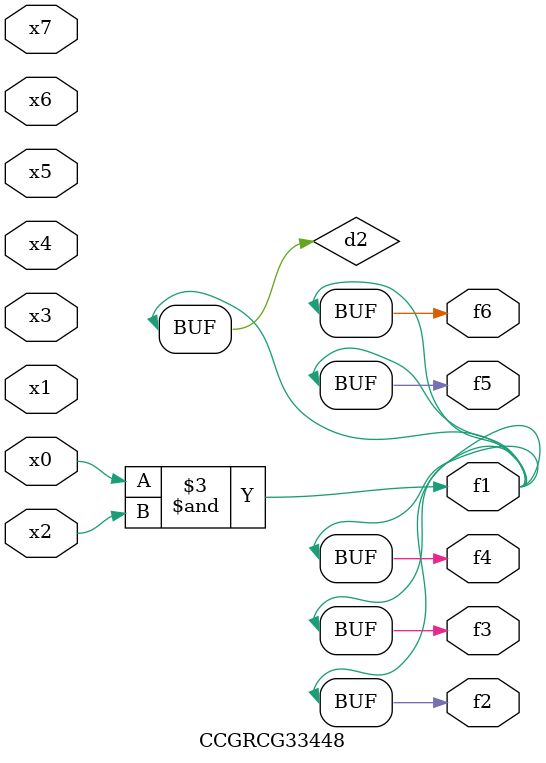
<source format=v>
module CCGRCG33448(
	input x0, x1, x2, x3, x4, x5, x6, x7,
	output f1, f2, f3, f4, f5, f6
);

	wire d1, d2;

	nor (d1, x3, x6);
	and (d2, x0, x2);
	assign f1 = d2;
	assign f2 = d2;
	assign f3 = d2;
	assign f4 = d2;
	assign f5 = d2;
	assign f6 = d2;
endmodule

</source>
